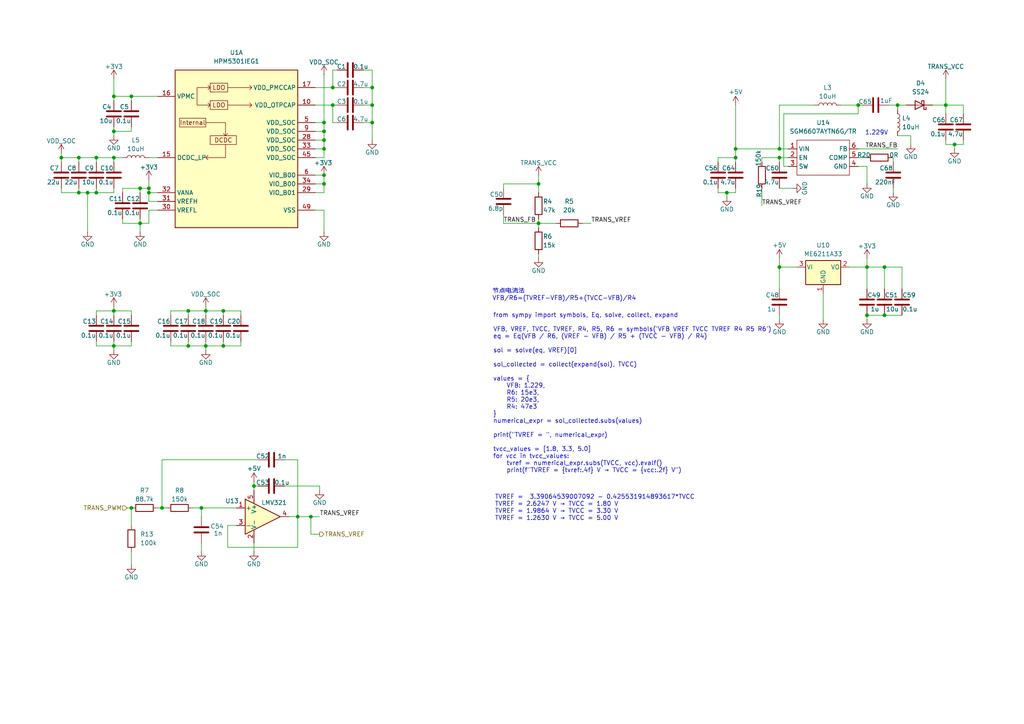
<source format=kicad_sch>
(kicad_sch (version 20250114) (generator "eeschema") (generator_version "9.0")
  (paper "A4")
  (lib_symbols
    (symbol "Amplifier_Operational:LMV321" (pin_names (offset 0.127))
      (property "Reference" "U" (at 0 5.08 0))
      (property "Value" "LMV321" (at 0 -5.08 0))
      (symbol "LMV321_0_1"
        (polyline (pts (xy -5.08 5.08) (xy 5.08 0) (xy -5.08 -5.08) (xy -5.08 5.08)) (stroke (width 0.254)) (fill (type background)))
        (pin power_in line (at -2.54 7.62 270) (length 3.81) (name "V+") (number "5"))
        (pin power_in line (at -2.54 -7.62 90) (length 3.81) (name "V-") (number "2"))
      )
      (symbol "LMV321_1_1"
        (pin input line (at -7.62 2.54 0) (length 2.54) (name "+") (number "1"))
        (pin input line (at -7.62 -2.54 0) (length 2.54) (name "-") (number "3"))
        (pin output line (at 7.62 0 180) (length 2.54) (name "~") (number "4"))
      )
    )
    (symbol "Device:C" (pin_numbers (hide yes)) (pin_names (offset 0.254))
      (property "Reference" "C" (at 0.635 2.54 0))
      (property "Value" "C" (at 0.635 -2.54 0))
      (symbol "C_0_1"
        (polyline (pts (xy -2.032 0.762) (xy 2.032 0.762)) (stroke (width 0.508)))
        (polyline (pts (xy -2.032 -0.762) (xy 2.032 -0.762)) (stroke (width 0.508)))
      )
      (symbol "C_1_1"
        (pin passive line (at 0 3.81 270) (length 2.794) (name "~") (number "1"))
        (pin passive line (at 0 -3.81 90) (length 2.794) (name "~") (number "2"))
      )
    )
    (symbol "Device:L" (pin_numbers (hide yes)) (pin_names (offset 1.016) (hide yes))
      (property "Reference" "L" (at -1.27 0 90))
      (property "Value" "L" (at 1.905 0 90))
      (symbol "L_0_1"
        (arc (start 0 2.54) (mid 0.6323 1.905) (end 0 1.27))
        (arc (start 0 1.27) (mid 0.6323 0.635) (end 0 0))
        (arc (start 0 0) (mid 0.6323 -0.635) (end 0 -1.27))
        (arc (start 0 -1.27) (mid 0.6323 -1.905) (end 0 -2.54))
      )
      (symbol "L_1_1"
        (pin passive line (at 0 3.81 270) (length 1.27) (name "1") (number "1"))
        (pin passive line (at 0 -3.81 90) (length 1.27) (name "2") (number "2"))
      )
    )
    (symbol "Device:R" (pin_numbers (hide yes)) (pin_names (offset 0))
      (property "Reference" "R" (at 2.032 0 90))
      (property "Value" "R" (at 0 0 90))
      (symbol "R_0_1"
        (rectangle (start -1.016 -2.54) (end 1.016 2.54) (stroke (width 0.254)))
      )
      (symbol "R_1_1"
        (pin passive line (at 0 3.81 270) (length 1.27) (name "~") (number "1"))
        (pin passive line (at 0 -3.81 90) (length 1.27) (name "~") (number "2"))
      )
    )
    (symbol "Diode:SS24" (pin_numbers (hide yes)) (pin_names (offset 1.016) (hide yes))
      (property "Reference" "D" (at 0 2.54 0))
      (property "Value" "SS24" (at 0 -2.54 0))
      (symbol "SS24_0_1"
        (polyline (pts (xy -1.905 0.635) (xy -1.905 1.27) (xy -1.27 1.27) (xy -1.27 -1.27) (xy -0.635 -1.27) (xy -0.635 -0.635)) (stroke (width 0.254)))
        (polyline (pts (xy 1.27 1.27) (xy 1.27 -1.27) (xy -1.27 0) (xy 1.27 1.27)) (stroke (width 0.254)))
        (polyline (pts (xy 1.27 0) (xy -1.27 0)))
      )
      (symbol "SS24_1_1"
        (pin passive line (at -3.81 0 0) (length 2.54) (name "K") (number "1"))
        (pin passive line (at 3.81 0 180) (length 2.54) (name "A") (number "2"))
      )
    )
    (symbol "HPM5300_Library:HPM5301IEG1"
      (property "Reference" "U" (at -39.624 54.356 0))
      (property "Value" "HPM5301IEG1" (at -25.654 54.356 0))
      (symbol "HPM5301IEG1_1_0"
        (pin power_in line (at 22.86 -17.78 180) (length 5.08) (name "VSS") (number "49"))
      )
      (symbol "HPM5301IEG1_1_1"
        (rectangle (start -17.78 22.86) (end 17.78 -22.86) (stroke (width 0.254)) (fill (type background)))
        (rectangle (start -16.51 8.89) (end -8.89 6.35))
        (polyline (pts (xy -8.89 7.62) (xy -3.175 7.62) (xy -3.175 3.81) (xy -3.81 4.445) (xy -3.175 3.81) (xy -2.54 4.445)))
        (rectangle (start -7.62 19.05) (end -2.54 16.51))
        (polyline (pts (xy -7.62 17.78) (xy -8.255 18.415)))
        (polyline (pts (xy -7.62 17.78) (xy -8.255 17.145)))
        (polyline (pts (xy -7.62 17.78) (xy -11.43 17.78) (xy -11.43 12.7) (xy -7.62 12.7)))
        (rectangle (start -7.62 13.97) (end -2.54 11.43))
        (polyline (pts (xy -7.62 12.7) (xy -8.255 13.335)))
        (polyline (pts (xy -7.62 12.7) (xy -8.255 12.065)))
        (rectangle (start -7.62 3.81) (end 0 1.27))
        (polyline (pts (xy -3.175 1.27) (xy -3.175 -2.54) (xy -8.89 -2.54) (xy -8.255 -1.905) (xy -8.89 -2.54) (xy -8.255 -3.175)))
        (polyline (pts (xy -2.54 17.78) (xy 4.445 17.78)))
        (polyline (pts (xy 4.445 17.78) (xy 3.81 18.415)))
        (polyline (pts (xy 4.445 17.78) (xy 3.81 17.145)))
        (polyline (pts (xy 4.445 12.7) (xy -2.54 12.7)))
        (polyline (pts (xy 4.445 12.7) (xy 3.81 13.335)))
        (polyline (pts (xy 4.445 12.7) (xy 3.81 12.065)))
        (text "Internal" (at -12.7 7.62 0) (effects (font (size 1.27 1.27))))
        (text "LDO" (at -5.08 17.78 0) (effects (font (size 1.27 1.27))))
        (text "LDO" (at -5.08 12.7 0) (effects (font (size 1.27 1.27))))
        (text "DCDC" (at -3.81 2.54 0) (effects (font (size 1.27 1.27))))
        (pin power_in line (at -22.86 15.24 0) (length 5.08) (name "VPMC") (number "16"))
        (pin power_in line (at -22.86 -2.54 0) (length 5.08) (name "DCDC_LP") (number "15"))
        (pin power_in line (at -22.86 -12.7 0) (length 5.08) (name "VANA") (number "32"))
        (pin power_in line (at -22.86 -15.24 0) (length 5.08) (name "VREFH") (number "31"))
        (pin power_in line (at -22.86 -17.78 0) (length 5.08) (name "VREFL") (number "30"))
        (pin power_out line (at 22.86 17.78 180) (length 5.08) (name "VDD_PMCCAP") (number "17"))
        (pin power_out line (at 22.86 12.7 180) (length 5.08) (name "VDD_OTPCAP") (number "10"))
        (pin power_in line (at 22.86 7.62 180) (length 5.08) (name "VDD_SOC") (number "5"))
        (pin power_in line (at 22.86 5.08 180) (length 5.08) (name "VDD_SOC") (number "9"))
        (pin power_in line (at 22.86 2.54 180) (length 5.08) (name "VDD_SOC") (number "28"))
        (pin power_in line (at 22.86 0 180) (length 5.08) (name "VDD_SOC") (number "33"))
        (pin power_in line (at 22.86 -2.54 180) (length 5.08) (name "VDD_SOC") (number "45"))
        (pin power_in line (at 22.86 -7.62 180) (length 5.08) (name "VIO_B00") (number "6"))
        (pin power_in line (at 22.86 -10.16 180) (length 5.08) (name "VIO_B00") (number "34"))
        (pin power_in line (at 22.86 -12.7 180) (length 5.08) (name "VIO_B01") (number "29"))
      )
      (symbol "HPM5301IEG1_2_1"
        (rectangle (start -53.34 53.34) (end 53.34 -53.34) (stroke (width 0.254)) (fill (type background)))
        (pin bidirectional line (at -58.42 43.18 0) (length 5.08) (name "PA00/TMR1.COMP0/URT0.TXD/TRGM0.P00") (number "12"))
        (pin bidirectional line (at -58.42 40.64 0) (length 5.08) (name "PA01/TMR1.CAPT0/URT0.RXD/TRGM0.P01/ACMP.COMP0") (number "11"))
        (pin bidirectional line (at -58.42 38.1 0) (length 5.08) (name "PA02/TMR1.COMP1/URT0.DE/URT0.RTS/I2C0.SCL/ACMP.COMP0/TRGM0.P02/ACMP.COMP1") (number "8"))
        (pin bidirectional line (at -58.42 35.56 0) (length 5.08) (name "PA03/TMR1.CAPT1/URT0.CTS/I2C0.SDA/SPI3.CS3/ACMP.COMP1/TRGM0.P03/ADC0.DBG") (number "7"))
        (pin bidirectional line (at -58.42 33.02 0) (length 5.08) (name "PA04/URT1.CTS/SPI0.CS0/TRGM0.P04/JTAG.TDO") (number "1"))
        (pin bidirectional line (at -58.42 30.48 0) (length 5.08) (name "PA05/TMR1.COMP2/URT1.DE/URT1.RTS/SPI0.SCLK/TRGM0.P05/JTAG.TDI") (number "48"))
        (pin bidirectional line (at -58.42 27.94 0) (length 5.08) (name "PA06/TMR0.CAPT0/URT1.RXD/I2C1.SDA/SPI0.MISO/TRGM0.P06/JTAG.TCK") (number "47"))
        (pin bidirectional line (at -58.42 25.4 0) (length 5.08) (name "PA07/TMR0.COMP0/URT1.TXD/I2C1.SCL/SPI0.MOSI/TRGM0.P07/JTAG.TMS") (number "46"))
        (pin bidirectional line (at -58.42 22.86 0) (length 5.08) (name "PA08/TMR0.COMP1/URT2.TXD/I2C2.SCL/SPI3.CS2/JTAG.TRST") (number "2"))
        (pin bidirectional line (at -58.42 20.32 0) (length 5.08) (name "PA09/TMR0.CAPT1/URT2.RXD/I2C2.SDA/SPI3.CS1") (number "3"))
        (pin bidirectional line (at -58.42 17.78 0) (length 5.08) (name "PA10/TMR0.COMP2/URT2.DE/URT2.RTS/SPI3.CS0/ACMP.COMP0") (number "4"))
        (pin bidirectional line (at -58.42 15.24 0) (length 5.08) (name "PA24/I2C2.SCL/SPI1.CS2/XPI0.CA_CS1/TRGM0.P00") (number "44"))
        (pin bidirectional line (at -58.42 12.7 0) (length 5.08) (name "PA25/I2C2.SDA/SPI1.CS1/XPI0.CA_DQS/TRGM0.P01") (number "43"))
        (pin bidirectional line (at -58.42 10.16 0) (length 5.08) (name "PA26/SPI1.CS0/XPI0.CA_D3/TRGM0.P02") (number "42"))
        (pin bidirectional line (at -58.42 7.62 0) (length 5.08) (name "PA27/SPI1.SCLK/XPI0.CA_SCLK/TRGM0.P03") (number "41"))
        (pin bidirectional line (at -58.42 5.08 0) (length 5.08) (name "PA28/I2C3.SDA/SPI1.MISO/XPI0.CA_D0/TRGM0.P04") (number "40"))
        (pin bidirectional line (at -58.42 2.54 0) (length 5.08) (name "PA29/I2C3.SCL/SPI1.MOSI/XPI0.CA_D2/TRGM0.P05/USB0.OC") (number "39"))
        (pin bidirectional line (at -58.42 0 0) (length 5.08) (name "PA30/SPI1.DAT2/XPI0.CA_D1/TRGM0.P06/USB0.PWR") (number "38"))
        (pin bidirectional line (at -58.42 -2.54 0) (length 5.08) (name "PA31/SPI1.DAT3/XPI0.CA_CS0/TRGM0.P07/USB0.ID") (number "37"))
        (pin bidirectional line (at -58.42 -7.62 0) (length 5.08) (name "PB08/TMR0.COMP1/URT2.TXD/I2C2.SCL/SPI2.CS2/ACMP.COMP0/USB0.ID/ADC0.IN11/CMP0.INN6/CMP1.INN6") (number "27"))
        (pin bidirectional line (at -58.42 -10.16 0) (length 5.08) (name "PB09/TMR0.CAPT1/URT2.RXD/I2C2.SDA/SPI2.CS1/ACMP.COMP1/USB0.OC/ADC0.IN1/CMP0.INP6/CMP1.INP6") (number "26"))
        (pin bidirectional line (at -58.42 -12.7 0) (length 5.08) (name "PB10/TMR0.COMP2/URT2.DE/URT2.RTS/SPI2.CS0/ACMP.COMP0/USB0.PWR/ADC0.IN2/CMP0.INP4/CMP1.INP4") (number "25"))
        (pin bidirectional line (at -58.42 -15.24 0) (length 5.08) (name "PB11/URT2.CTS/SPI2.SCLK/ACMP.COMP1/ADC0.IN3/CMP0.INN4/CMP1.INN4") (number "24"))
        (pin bidirectional line (at -58.42 -17.78 0) (length 5.08) (name "PB12/URT3.CTS/I2C3.SDA/SPI2.MISO/TRGM0.P00/ADC0.IN4/CMP0.INN2/CMP1.INN2") (number "23"))
        (pin bidirectional line (at -58.42 -20.32 0) (length 5.08) (name "PB13/TMR1.COMP3/URT3.DE/URT3.RTS/I2C3.SCL/SPI2.MOSI/TRGM0.P01/ADC0.IN5/CMP0.INP2/CMP1.INP2") (number "22"))
        (pin bidirectional line (at -58.42 -22.86 0) (length 5.08) (name "PB14/URT3.RXD/SPI2.DAT2/TRGM0.P02/ADC0.IN6/CMP0.INN1/CMP1.INN1") (number "21"))
        (pin bidirectional line (at -58.42 -25.4 0) (length 5.08) (name "PB15/TMR0.COMP3/URT3.TXD/SPI2.DAT3/TRGM0.P03/ADC0.IN7/CMP0.INP1/CMP1.INP1") (number "20"))
        (pin bidirectional line (at -58.42 -30.48 0) (length 5.08) (name "PY00/URT0.TXD/USB0.ID/PMIC_PY00/PURT.TXD/PTMR.COMP0/SOC.GPIO_Y00") (number "19"))
        (pin bidirectional line (at -58.42 -33.02 0) (length 5.08) (name "PY01/URT0.RXD/WDG0.RST/USB0.OC/PMIC_PY01/PURT.RXD/PTMR.COMP1/SOC.GPIO_Y01") (number "18"))
        (pin input line (at -58.42 -38.1 0) (length 5.08) (name "XTALI") (number "35"))
        (pin output line (at -58.42 -40.64 0) (length 5.08) (name "XTALO") (number "36"))
        (pin input line (at -58.42 -45.72 0) (length 5.08) (name "~{RESETN}") (number "13"))
        (pin input line (at -58.42 -48.26 0) (length 5.08) (name "WAKEUP") (number "14"))
      )
    )
    (symbol "Regulator_Linear:TPS7A0508PDBZ" (pin_names (offset 0.254))
      (property "Reference" "U" (at -3.81 3.175 0))
      (property "Value" "TPS7A0508PDBZ" (at 0 3.175 0))
      (symbol "TPS7A0508PDBZ_0_1"
        (rectangle (start -5.08 -5.08) (end 5.08 1.905) (stroke (width 0.254)) (fill (type background)))
      )
      (symbol "TPS7A0508PDBZ_1_1"
        (pin power_in line (at -7.62 0 0) (length 2.54) (name "VI") (number "3"))
        (pin power_in line (at 0 -7.62 90) (length 2.54) (name "GND") (number "1"))
        (pin power_out line (at 7.62 0 180) (length 2.54) (name "VO") (number "2"))
      )
    )
    (symbol "hslink_library:SGM6607AYTN6G/TR"
      (property "Reference" "U" (at 0 0 0))
      (property "Value" "SGM6607AYTN6G/TR" (at 0 0 0))
      (symbol "SGM6607AYTN6G/TR_1_0"
        (rectangle (start -7.62 5.08) (end 7.62 -5.08))
        (pin unspecified line (at -10.16 2.54 0) (length 2.54) (name "VIN") (number "1"))
        (pin unspecified line (at -10.16 0 0) (length 2.54) (name "EN") (number "2"))
        (pin unspecified line (at -10.16 -2.54 0) (length 2.54) (name "SW") (number "3"))
        (pin unspecified line (at 10.16 2.54 180) (length 2.54) (name "FB") (number "6"))
        (pin unspecified line (at 10.16 0 180) (length 2.54) (name "COMP") (number "5"))
        (pin unspecified line (at 10.16 -2.54 180) (length 2.54) (name "GND") (number "4"))
      )
    )
    (symbol "power:+3V3" (power) (pin_numbers (hide yes)) (pin_names (offset 0) (hide yes))
      (property "Value" "+3V3" (at 0 3.556 0))
      (symbol "+3V3_0_1"
        (polyline (pts (xy -0.762 1.27) (xy 0 2.54)))
        (polyline (pts (xy 0 2.54) (xy 0.762 1.27)))
        (polyline (pts (xy 0 0) (xy 0 2.54)))
      )
      (symbol "+3V3_1_1"
        (pin power_in line (at 0 0 90) (length 0) (name "~") (number "1"))
      )
    )
    (symbol "power:+5V" (power) (pin_numbers (hide yes)) (pin_names (offset 0) (hide yes))
      (property "Value" "+5V" (at 0 3.556 0))
      (symbol "+5V_0_1"
        (polyline (pts (xy -0.762 1.27) (xy 0 2.54)))
        (polyline (pts (xy 0 2.54) (xy 0.762 1.27)))
        (polyline (pts (xy 0 0) (xy 0 2.54)))
      )
      (symbol "+5V_1_1"
        (pin power_in line (at 0 0 90) (length 0) (name "~") (number "1"))
      )
    )
    (symbol "power:GND" (power) (pin_numbers (hide yes)) (pin_names (offset 0) (hide yes))
      (property "Value" "GND" (at 0 -3.81 0))
      (symbol "GND_0_1"
        (polyline (pts (xy 0 0) (xy 0 -1.27) (xy 1.27 -1.27) (xy 0 -2.54) (xy -1.27 -1.27) (xy 0 -1.27)))
      )
      (symbol "GND_1_1"
        (pin power_in line (at 0 0 270) (length 0) (name "~") (number "1"))
      )
    )
    (symbol "power:VCC" (power) (pin_numbers (hide yes)) (pin_names (offset 0) (hide yes))
      (property "Value" "VCC" (at 0 3.556 0))
      (symbol "VCC_0_1"
        (polyline (pts (xy -0.762 1.27) (xy 0 2.54)))
        (polyline (pts (xy 0 2.54) (xy 0.762 1.27)))
        (polyline (pts (xy 0 0) (xy 0 2.54)))
      )
      (symbol "VCC_1_1"
        (pin power_in line (at 0 0 90) (length 0) (name "~") (number "1"))
      )
    )
    (symbol "power:VDD" (power) (pin_numbers (hide yes)) (pin_names (offset 0) (hide yes))
      (property "Value" "VDD" (at 0 3.556 0))
      (symbol "VDD_0_1"
        (polyline (pts (xy -0.762 1.27) (xy 0 2.54)))
        (polyline (pts (xy 0 2.54) (xy 0.762 1.27)))
        (polyline (pts (xy 0 0) (xy 0 2.54)))
      )
      (symbol "VDD_1_1"
        (pin power_in line (at 0 0 90) (length 0) (name "~") (number "1"))
      )
    )
  )
  (text "节点电流法\nVFB/R6=(TVREF-VFB)/R5+(TVCC-VFB)/R4" (at 142.748 85.598 0) (effects (font (size 1.27 1.27)) (justify left)))
  (text "from sympy import symbols, Eq, solve, collect, expand\n\nVFB, VREF, TVCC, TVREF, R4, R5, R6 = symbols('VFB VREF TVCC TVREF R4 R5 R6')\neq = Eq(VFB / R6, (VREF - VFB) / R5 + (TVCC - VFB) / R4)\n\nsol = solve(eq, VREF)[0]\n\nsol_collected = collect(expand(sol), TVCC)\n\nvalues = {\n    VFB: 1.229,\n    R6: 15e3,\n    R5: 20e3,\n    R4: 47e3\n}\nnumerical_expr = sol_collected.subs(values)\n\nprint(\"TVREF = \", numerical_expr)\n\ntvcc_values = [1.8, 3.3, 5.0]\nfor vcc in tvcc_values:\n    tvref = numerical_expr.subs(TVCC, vcc).evalf()\n    print(f\"TVREF = {tvref:.4f} V → TVCC = {vcc:.2f} V\")" (at 143.002 114.046 0) (effects (font (size 1.27 1.27)) (justify left)))
  (text "1.229V" (at 254.254 38.608 0) (effects (font (size 1.27 1.27))))
  (text "TVREF =  3.39064539007092 - 0.425531914893617*TVCC\nTVREF = 2.6247 V → TVCC = 1.80 V\nTVREF = 1.9864 V → TVCC = 3.30 V\nTVREF = 1.2630 V → TVCC = 5.00 V" (at 143.51 147.32 0) (effects (font (size 1.27 1.27)) (justify left)))
  (junction (at 40.64 64.77))
  (junction (at 25.4 55.88))
  (junction (at 43.18 54.61))
  (junction (at 90.17 149.86))
  (junction (at 59.69 90.17))
  (junction (at 96.52 30.48))
  (junction (at 213.36 43.18))
  (junction (at 43.18 55.88))
  (junction (at 93.98 35.56))
  (junction (at 33.02 90.17))
  (junction (at 251.46 77.47))
  (junction (at 46.99 147.32))
  (junction (at 86.36 149.86))
  (junction (at 54.61 100.33))
  (junction (at 17.78 45.72))
  (junction (at 93.98 38.1))
  (junction (at 64.77 90.17))
  (junction (at 251.46 91.44))
  (junction (at 58.42 147.32))
  (junction (at 40.64 54.61))
  (junction (at 27.94 45.72))
  (junction (at 96.52 25.4))
  (junction (at 93.98 43.18))
  (junction (at 213.36 45.72))
  (junction (at 276.86 41.91))
  (junction (at 33.02 27.94))
  (junction (at 54.61 90.17))
  (junction (at 38.1 147.32))
  (junction (at 22.86 55.88))
  (junction (at 33.02 100.33))
  (junction (at 226.06 43.18))
  (junction (at 22.86 45.72))
  (junction (at 226.06 77.47))
  (junction (at 59.69 100.33))
  (junction (at 156.21 64.77))
  (junction (at 107.95 25.4))
  (junction (at 256.54 91.44))
  (junction (at 156.21 53.34))
  (junction (at 93.98 40.64))
  (junction (at 27.94 55.88))
  (junction (at 210.82 55.88))
  (junction (at 248.92 30.48))
  (junction (at 107.95 30.48))
  (junction (at 260.35 30.48))
  (junction (at 38.1 27.94))
  (junction (at 33.02 38.1))
  (junction (at 64.77 100.33))
  (junction (at 93.98 50.8))
  (junction (at 256.54 77.47))
  (junction (at 226.06 45.72))
  (junction (at 73.66 140.97))
  (junction (at 93.98 53.34))
  (junction (at 107.95 35.56))
  (junction (at 274.32 30.48))
  (junction (at 33.02 45.72))
  (wire (pts (xy 91.44 53.34) (xy 93.98 53.34)))
  (wire (pts (xy 93.98 50.8) (xy 93.98 53.34)))
  (wire (pts (xy 279.4 30.48) (xy 279.4 33.02)))
  (wire (pts (xy 146.05 54.61) (xy 146.05 53.34)))
  (wire (pts (xy 156.21 64.77) (xy 156.21 66.04)))
  (wire (pts (xy 256.54 91.44) (xy 261.62 91.44)))
  (wire (pts (xy 91.44 40.64) (xy 93.98 40.64)))
  (wire (pts (xy 90.17 149.86) (xy 92.71 149.86)))
  (wire (pts (xy 256.54 77.47) (xy 251.46 77.47)))
  (wire (pts (xy 248.92 30.48) (xy 243.84 30.48)))
  (wire (pts (xy 45.72 147.32) (xy 46.99 147.32)))
  (wire (pts (xy 107.95 35.56) (xy 107.95 40.64)))
  (wire (pts (xy 276.86 41.91) (xy 276.86 43.18)))
  (wire (pts (xy 226.06 45.72) (xy 226.06 46.99)))
  (wire (pts (xy 260.35 30.48) (xy 260.35 31.75)))
  (wire (pts (xy 45.72 60.96) (xy 43.18 60.96)))
  (wire (pts (xy 17.78 44.45) (xy 17.78 45.72)))
  (wire (pts (xy 210.82 55.88) (xy 210.82 57.15)))
  (wire (pts (xy 33.02 100.33) (xy 38.1 100.33)))
  (wire (pts (xy 27.94 54.61) (xy 27.94 55.88)))
  (wire (pts (xy 208.28 55.88) (xy 210.82 55.88)))
  (wire (pts (xy 156.21 50.8) (xy 156.21 53.34)))
  (wire (pts (xy 226.06 43.18) (xy 228.6 43.18)))
  (wire (pts (xy 33.02 99.06) (xy 33.02 100.33)))
  (wire (pts (xy 86.36 149.86) (xy 83.82 149.86)))
  (wire (pts (xy 156.21 64.77) (xy 161.29 64.77)))
  (wire (pts (xy 92.71 154.94) (xy 90.17 154.94)))
  (wire (pts (xy 274.32 22.86) (xy 274.32 30.48)))
  (wire (pts (xy 64.77 99.06) (xy 64.77 100.33)))
  (wire (pts (xy 208.28 45.72) (xy 213.36 45.72)))
  (wire (pts (xy 210.82 55.88) (xy 213.36 55.88)))
  (wire (pts (xy 248.92 30.48) (xy 250.19 30.48)))
  (wire (pts (xy 33.02 90.17) (xy 38.1 90.17)))
  (wire (pts (xy 69.85 100.33) (xy 69.85 99.06)))
  (wire (pts (xy 73.66 140.97) (xy 74.93 140.97)))
  (wire (pts (xy 274.32 41.91) (xy 276.86 41.91)))
  (wire (pts (xy 55.88 147.32) (xy 58.42 147.32)))
  (wire (pts (xy 46.99 133.35) (xy 74.93 133.35)))
  (wire (pts (xy 213.36 54.61) (xy 213.36 55.88)))
  (wire (pts (xy 92.71 140.97) (xy 92.71 142.24)))
  (wire (pts (xy 82.55 133.35) (xy 86.36 133.35)))
  (wire (pts (xy 105.41 25.4) (xy 107.95 25.4)))
  (wire (pts (xy 58.42 147.32) (xy 68.58 147.32)))
  (wire (pts (xy 93.98 38.1) (xy 93.98 40.64)))
  (wire (pts (xy 58.42 157.48) (xy 58.42 160.02)))
  (wire (pts (xy 68.58 152.4) (xy 66.04 152.4)))
  (wire (pts (xy 96.52 25.4) (xy 97.79 25.4)))
  (wire (pts (xy 257.81 30.48) (xy 260.35 30.48)))
  (wire (pts (xy 270.51 30.48) (xy 274.32 30.48)))
  (wire (pts (xy 43.18 55.88) (xy 43.18 58.42)))
  (wire (pts (xy 93.98 43.18) (xy 93.98 45.72)))
  (wire (pts (xy 251.46 48.26) (xy 248.92 48.26)))
  (wire (pts (xy 264.16 39.37) (xy 260.35 39.37)))
  (wire (pts (xy 107.95 20.32) (xy 107.95 25.4)))
  (wire (pts (xy 59.69 90.17) (xy 64.77 90.17)))
  (wire (pts (xy 96.52 30.48) (xy 96.52 35.56)))
  (wire (pts (xy 105.41 35.56) (xy 107.95 35.56)))
  (wire (pts (xy 33.02 54.61) (xy 33.02 55.88)))
  (wire (pts (xy 246.38 77.47) (xy 251.46 77.47)))
  (wire (pts (xy 248.92 45.72) (xy 251.2315 45.72)))
  (wire (pts (xy 146.05 64.77) (xy 156.21 64.77)))
  (wire (pts (xy 66.04 158.75) (xy 86.36 158.75)))
  (wire (pts (xy 35.56 54.61) (xy 40.64 54.61)))
  (wire (pts (xy 38.1 100.33) (xy 38.1 99.06)))
  (wire (pts (xy 156.21 63.5) (xy 156.21 64.77)))
  (wire (pts (xy 25.4 55.88) (xy 22.86 55.88)))
  (wire (pts (xy 279.4 40.64) (xy 279.4 41.91)))
  (wire (pts (xy 274.32 40.64) (xy 274.32 41.91)))
  (wire (pts (xy 248.92 33.02) (xy 248.92 30.48)))
  (wire (pts (xy 33.02 27.94) (xy 38.1 27.94)))
  (wire (pts (xy 220.98 54.61) (xy 220.98 59.69)))
  (wire (pts (xy 274.32 30.48) (xy 274.32 33.02)))
  (wire (pts (xy 274.32 30.48) (xy 279.4 30.48)))
  (wire (pts (xy 27.94 91.44) (xy 27.94 90.17)))
  (wire (pts (xy 238.76 85.09) (xy 238.76 92.71)))
  (wire (pts (xy 146.05 53.34) (xy 156.21 53.34)))
  (wire (pts (xy 91.44 38.1) (xy 93.98 38.1)))
  (wire (pts (xy 38.1 147.32) (xy 38.1 152.4)))
  (wire (pts (xy 251.46 74.93) (xy 251.46 77.47)))
  (wire (pts (xy 33.02 55.88) (xy 27.94 55.88)))
  (wire (pts (xy 46.99 147.32) (xy 46.99 133.35)))
  (wire (pts (xy 226.06 74.93) (xy 226.06 77.47)))
  (wire (pts (xy 54.61 90.17) (xy 54.61 91.44)))
  (wire (pts (xy 251.46 91.44) (xy 256.54 91.44)))
  (wire (pts (xy 22.86 54.61) (xy 22.86 55.88)))
  (wire (pts (xy 27.94 100.33) (xy 33.02 100.33)))
  (wire (pts (xy 227.33 48.26) (xy 227.33 33.02)))
  (wire (pts (xy 43.18 54.61) (xy 43.18 55.88)))
  (wire (pts (xy 27.94 55.88) (xy 25.4 55.88)))
  (wire (pts (xy 107.95 30.48) (xy 107.95 35.56)))
  (wire (pts (xy 33.02 22.86) (xy 33.02 27.94)))
  (wire (pts (xy 58.42 147.32) (xy 58.42 149.86)))
  (wire (pts (xy 38.1 160.02) (xy 38.1 163.83)))
  (wire (pts (xy 86.36 133.35) (xy 86.36 149.86)))
  (wire (pts (xy 208.28 54.61) (xy 208.28 55.88)))
  (wire (pts (xy 22.86 45.72) (xy 22.86 46.99)))
  (wire (pts (xy 59.69 88.9) (xy 59.69 90.17)))
  (wire (pts (xy 33.02 27.94) (xy 33.02 29.21)))
  (wire (pts (xy 43.18 52.07) (xy 43.18 54.61)))
  (wire (pts (xy 73.66 140.97) (xy 73.66 142.24)))
  (wire (pts (xy 93.98 40.64) (xy 93.98 43.18)))
  (wire (pts (xy 64.77 100.33) (xy 69.85 100.33)))
  (wire (pts (xy 22.86 45.72) (xy 27.94 45.72)))
  (wire (pts (xy 38.1 38.1) (xy 38.1 36.83)))
  (wire (pts (xy 220.98 46.99) (xy 220.98 45.72)))
  (wire (pts (xy 264.16 41.91) (xy 264.16 39.37)))
  (wire (pts (xy 258.8515 45.72) (xy 259.08 45.72)))
  (wire (pts (xy 54.61 99.06) (xy 54.61 100.33)))
  (wire (pts (xy 248.92 43.18) (xy 260.35 43.18)))
  (wire (pts (xy 91.44 43.18) (xy 93.98 43.18)))
  (wire (pts (xy 90.17 154.94) (xy 90.17 149.86)))
  (wire (pts (xy 27.94 45.72) (xy 27.94 46.99)))
  (wire (pts (xy 251.46 91.44) (xy 251.46 92.71)))
  (wire (pts (xy 259.08 54.61) (xy 259.08 55.88)))
  (wire (pts (xy 33.02 38.1) (xy 38.1 38.1)))
  (wire (pts (xy 96.52 30.48) (xy 97.79 30.48)))
  (wire (pts (xy 260.35 30.48) (xy 262.89 30.48)))
  (wire (pts (xy 86.36 149.86) (xy 90.17 149.86)))
  (wire (pts (xy 226.06 77.47) (xy 226.06 83.82)))
  (wire (pts (xy 59.69 100.33) (xy 59.69 101.6)))
  (wire (pts (xy 91.44 60.96) (xy 93.98 60.96)))
  (wire (pts (xy 213.36 43.18) (xy 226.06 43.18)))
  (wire (pts (xy 91.44 35.56) (xy 93.98 35.56)))
  (wire (pts (xy 97.79 35.56) (xy 96.52 35.56)))
  (wire (pts (xy 86.36 158.75) (xy 86.36 149.86)))
  (wire (pts (xy 54.61 100.33) (xy 59.69 100.33)))
  (wire (pts (xy 226.06 45.72) (xy 228.6 45.72)))
  (wire (pts (xy 36.83 147.32) (xy 38.1 147.32)))
  (wire (pts (xy 93.98 35.56) (xy 93.98 38.1)))
  (wire (pts (xy 69.85 90.17) (xy 69.85 91.44)))
  (wire (pts (xy 261.62 83.82) (xy 261.62 77.47)))
  (wire (pts (xy 43.18 60.96) (xy 43.18 64.77)))
  (wire (pts (xy 146.05 62.23) (xy 146.05 64.77)))
  (wire (pts (xy 45.72 58.42) (xy 43.18 58.42)))
  (wire (pts (xy 33.02 45.72) (xy 35.56 45.72)))
  (wire (pts (xy 226.06 43.18) (xy 226.06 30.48)))
  (wire (pts (xy 64.77 90.17) (xy 64.77 91.44)))
  (wire (pts (xy 213.36 45.72) (xy 213.36 43.18)))
  (wire (pts (xy 226.06 54.61) (xy 229.87 54.61)))
  (wire (pts (xy 40.64 63.5) (xy 40.64 64.77)))
  (wire (pts (xy 35.56 55.88) (xy 35.56 54.61)))
  (wire (pts (xy 33.02 90.17) (xy 33.02 91.44)))
  (wire (pts (xy 27.94 45.72) (xy 33.02 45.72)))
  (wire (pts (xy 228.6 48.26) (xy 227.33 48.26)))
  (wire (pts (xy 66.04 152.4) (xy 66.04 158.75)))
  (wire (pts (xy 251.46 77.47) (xy 251.46 83.82)))
  (wire (pts (xy 220.98 45.72) (xy 226.06 45.72)))
  (wire (pts (xy 38.1 27.94) (xy 38.1 29.21)))
  (wire (pts (xy 156.21 73.66) (xy 156.21 74.93)))
  (wire (pts (xy 82.55 140.97) (xy 92.71 140.97)))
  (wire (pts (xy 17.78 45.72) (xy 22.86 45.72)))
  (wire (pts (xy 59.69 90.17) (xy 59.69 91.44)))
  (wire (pts (xy 17.78 55.88) (xy 17.78 54.61)))
  (wire (pts (xy 64.77 90.17) (xy 69.85 90.17)))
  (wire (pts (xy 43.18 55.88) (xy 45.72 55.88)))
  (wire (pts (xy 25.4 67.31) (xy 25.4 55.88)))
  (wire (pts (xy 226.06 91.44) (xy 226.06 92.71)))
  (wire (pts (xy 105.41 20.32) (xy 107.95 20.32)))
  (wire (pts (xy 73.66 157.48) (xy 73.66 160.02)))
  (wire (pts (xy 27.94 99.06) (xy 27.94 100.33)))
  (wire (pts (xy 256.54 83.82) (xy 256.54 77.47)))
  (wire (pts (xy 45.72 27.94) (xy 38.1 27.94)))
  (wire (pts (xy 107.95 25.4) (xy 107.95 30.48)))
  (wire (pts (xy 93.98 60.96) (xy 93.98 67.31)))
  (wire (pts (xy 226.06 77.47) (xy 231.14 77.47)))
  (wire (pts (xy 33.02 36.83) (xy 33.02 38.1)))
  (wire (pts (xy 27.94 90.17) (xy 33.02 90.17)))
  (wire (pts (xy 43.18 45.72) (xy 45.72 45.72)))
  (wire (pts (xy 49.53 100.33) (xy 54.61 100.33)))
  (wire (pts (xy 156.21 53.34) (xy 156.21 55.88)))
  (wire (pts (xy 49.53 99.06) (xy 49.53 100.33)))
  (wire (pts (xy 59.69 100.33) (xy 64.77 100.33)))
  (wire (pts (xy 33.02 88.9) (xy 33.02 90.17)))
  (wire (pts (xy 40.64 54.61) (xy 43.18 54.61)))
  (wire (pts (xy 17.78 46.99) (xy 17.78 45.72)))
  (wire (pts (xy 91.44 45.72) (xy 93.98 45.72)))
  (wire (pts (xy 261.62 77.47) (xy 256.54 77.47)))
  (wire (pts (xy 91.44 55.88) (xy 93.98 55.88)))
  (wire (pts (xy 168.91 64.77) (xy 171.45 64.77)))
  (wire (pts (xy 59.69 99.06) (xy 59.69 100.33)))
  (wire (pts (xy 54.61 90.17) (xy 59.69 90.17)))
  (wire (pts (xy 276.86 41.91) (xy 279.4 41.91)))
  (wire (pts (xy 49.53 90.17) (xy 54.61 90.17)))
  (wire (pts (xy 49.53 91.44) (xy 49.53 90.17)))
  (wire (pts (xy 97.79 20.32) (xy 96.52 20.32)))
  (wire (pts (xy 46.99 147.32) (xy 48.26 147.32)))
  (wire (pts (xy 213.36 45.72) (xy 213.36 46.99)))
  (wire (pts (xy 96.52 20.32) (xy 96.52 25.4)))
  (wire (pts (xy 40.64 64.77) (xy 40.64 67.31)))
  (wire (pts (xy 40.64 54.61) (xy 40.64 55.88)))
  (wire (pts (xy 35.56 63.5) (xy 35.56 64.77)))
  (wire (pts (xy 22.86 55.88) (xy 17.78 55.88)))
  (wire (pts (xy 33.02 45.72) (xy 33.02 46.99)))
  (wire (pts (xy 91.44 50.8) (xy 93.98 50.8)))
  (wire (pts (xy 251.46 53.34) (xy 251.46 48.26)))
  (wire (pts (xy 93.98 21.59) (xy 93.98 35.56)))
  (wire (pts (xy 226.06 30.48) (xy 236.22 30.48)))
  (wire (pts (xy 213.36 30.48) (xy 213.36 43.18)))
  (wire (pts (xy 259.08 45.72) (xy 259.08 46.99)))
  (wire (pts (xy 35.56 64.77) (xy 40.64 64.77)))
  (wire (pts (xy 38.1 90.17) (xy 38.1 91.44)))
  (wire (pts (xy 93.98 53.34) (xy 93.98 55.88)))
  (wire (pts (xy 227.33 33.02) (xy 248.92 33.02)))
  (wire (pts (xy 40.64 64.77) (xy 43.18 64.77)))
  (wire (pts (xy 33.02 100.33) (xy 33.02 101.6)))
  (wire (pts (xy 208.28 46.99) (xy 208.28 45.72)))
  (wire (pts (xy 91.44 25.4) (xy 96.52 25.4)))
  (wire (pts (xy 91.44 30.48) (xy 96.52 30.48)))
  (wire (pts (xy 73.66 139.7) (xy 73.66 140.97)))
  (wire (pts (xy 105.41 30.48) (xy 107.95 30.48)))
  (wire (pts (xy 33.02 38.1) (xy 33.02 39.37)))
  (label "TRANS_FB" (at 260.35 43.18 180))
  (label "TRANS_VREF" (at 92.71 149.86 0))
  (label "TRANS_VREF" (at 220.98 59.69 0))
  (label "TRANS_FB" (at 146.05 64.77 0))
  (label "TRANS_VREF" (at 171.45 64.77 0))
  (hierarchical_label "TRANS_VREF" (shape output) (at 92.71 154.94 0))
  (hierarchical_label "TRANS_PWM" (shape input) (at 36.83 147.32 180))
  (symbol (lib_id "Device:C") (at 256.54 87.63 0) (mirror y) (unit 1)
    (property "Reference" "C51" (at 258.572 85.598 0))
    (property "Value" "10u" (at 258.826 89.662 0))
    (property "Footprint" "Capacitor_SMD:C_0603_1608Metric" (effects (hide yes)))
    (property "Description" "Unpolarized capacitor" (effects (hide yes)))
  )
  (symbol (lib_id "Device:C") (at 226.06 87.63 0) (unit 1)
    (property "Reference" "C48" (at 224.028 85.598 0))
    (property "Value" "1u" (at 223.774 89.662 0))
    (property "Footprint" "Capacitor_SMD:C_0402_1005Metric" (effects (hide yes)))
    (property "Description" "Unpolarized capacitor" (effects (hide yes)))
  )
  (symbol (lib_id "Device:C") (at 40.64 59.69 0) (unit 1)
    (property "Reference" "C12" (at 38.608 57.658 0))
    (property "Value" "0.1u" (at 38.354 61.722 0))
    (property "Footprint" "Capacitor_SMD:C_0402_1005Metric" (effects (hide yes)))
    (property "Description" "Unpolarized capacitor" (effects (hide yes)))
  )
  (symbol (lib_id "power:GND") (at 58.42 160.02 0) (unit 1)
    (property "Reference" "#PWR091" (effects (hide yes)))
    (property "Value" "GND" (at 58.42 163.576 0))
    (property "Description" "Power symbol creates a global label with name \"GND\" , ground" (effects (hide yes)))
  )
  (symbol (lib_id "Device:C") (at 33.02 95.25 0) (unit 1)
    (property "Reference" "C14" (at 30.988 93.218 0))
    (property "Value" "0.1u" (at 30.734 97.282 0))
    (property "Footprint" "Capacitor_SMD:C_0402_1005Metric" (effects (hide yes)))
    (property "Description" "Unpolarized capacitor" (effects (hide yes)))
  )
  (symbol (lib_id "Device:C") (at 254 30.48 90) (unit 1)
    (property "Reference" "C65" (at 250.952 29.464 90))
    (property "Value" "1uF" (at 257.048 29.21 90))
    (property "Footprint" "Capacitor_SMD:C_0402_1005Metric" (effects (hide yes)))
    (property "Description" "Unpolarized capacitor" (effects (hide yes)))
  )
  (symbol (lib_id "Device:C") (at 27.94 50.8 0) (unit 1)
    (property "Reference" "C9" (at 25.908 48.768 0))
    (property "Value" "10u" (at 25.654 52.832 0))
    (property "Footprint" "Capacitor_SMD:C_0603_1608Metric" (effects (hide yes)))
    (property "Description" "Unpolarized capacitor" (effects (hide yes)))
  )
  (symbol (lib_id "Device:R") (at 220.98 50.8 180) (unit 1)
    (property "Reference" "R19" (at 220.218 53.34 90) (effects (justify left)))
    (property "Value" "150k" (at 219.964 43.434 90) (effects (justify left)))
    (property "Footprint" "Resistor_SMD:R_0402_1005Metric" (effects (hide yes)))
    (property "Description" "Resistor" (effects (hide yes)))
  )
  (symbol (lib_id "Device:C") (at 251.46 87.63 0) (mirror y) (unit 1)
    (property "Reference" "C49" (at 253.492 85.598 0))
    (property "Value" "1u" (at 253.746 89.662 0))
    (property "Footprint" "Capacitor_SMD:C_0402_1005Metric" (effects (hide yes)))
    (property "Description" "Unpolarized capacitor" (effects (hide yes)))
  )
  (symbol (lib_id "Device:L") (at 240.03 30.48 90) (unit 1)
    (property "Reference" "L3" (at 240.03 25.4 90))
    (property "Value" "10uH" (at 240.03 27.94 90))
    (property "Footprint" "Inductor_SMD:L_Murata_DFE201610P" (effects (hide yes)))
    (property "Description" "Inductor" (effects (hide yes)))
  )
  (symbol (lib_id "power:GND") (at 73.66 160.02 0) (unit 1)
    (property "Reference" "#PWR092" (effects (hide yes)))
    (property "Value" "GND" (at 73.66 163.576 0))
    (property "Description" "Power symbol creates a global label with name \"GND\" , ground" (effects (hide yes)))
  )
  (symbol (lib_id "power:GND") (at 226.06 92.71 0) (unit 1)
    (property "Reference" "#PWR0126" (effects (hide yes)))
    (property "Value" "GND" (at 226.06 96.266 0))
    (property "Description" "Power symbol creates a global label with name \"GND\" , ground" (effects (hide yes)))
  )
  (symbol (lib_id "power:GND") (at 25.4 67.31 0) (unit 1)
    (property "Reference" "#PWR08" (effects (hide yes)))
    (property "Value" "GND" (at 25.4 70.866 0))
    (property "Description" "Power symbol creates a global label with name \"GND\" , ground" (effects (hide yes)))
  )
  (symbol (lib_id "Device:C") (at 27.94 95.25 0) (unit 1)
    (property "Reference" "C13" (at 25.908 93.218 0))
    (property "Value" "0.1u" (at 25.654 97.282 0))
    (property "Footprint" "Capacitor_SMD:C_0402_1005Metric" (effects (hide yes)))
    (property "Description" "Unpolarized capacitor" (effects (hide yes)))
  )
  (symbol (lib_id "Device:L") (at 39.37 45.72 90) (unit 1)
    (property "Reference" "L5" (at 39.37 40.64 90))
    (property "Value" "10uH" (at 39.37 43.18 90))
    (property "Footprint" "Inductor_SMD:L_Murata_DFE201610P" (effects (hide yes)))
    (property "Description" "Inductor" (effects (hide yes)))
  )
  (symbol (lib_id "power:VDD") (at 59.69 88.9 0) (unit 1)
    (property "Reference" "#PWR013" (effects (hide yes)))
    (property "Value" "VDD_SOC" (at 59.69 85.344 0))
    (property "Description" "Power symbol creates a global label with name \"VDD_SOC\"" (effects (hide yes)))
  )
  (symbol (lib_id "Device:C") (at 78.74 133.35 90) (unit 1)
    (property "Reference" "C52" (at 76.2 132.334 90))
    (property "Value" "1n" (at 81.788 132.334 90))
    (property "Footprint" "Capacitor_SMD:C_0402_1005Metric" (effects (hide yes)))
    (property "Description" "Unpolarized capacitor" (effects (hide yes)))
  )
  (symbol (lib_id "power:GND") (at 93.98 67.31 0) (unit 1)
    (property "Reference" "#PWR010" (effects (hide yes)))
    (property "Value" "GND" (at 93.98 70.866 0))
    (property "Description" "Power symbol creates a global label with name \"GND\" , ground" (effects (hide yes)))
  )
  (symbol (lib_id "HPM5300_Library:HPM5301IEG1") (at 68.58 43.18 0) (unit 1)
    (property "Reference" "U1" (at 68.58 15.24 0))
    (property "Value" "HPM5301IEG1" (at 68.58 17.78 0))
    (property "Footprint" "Package_DFN_QFN:QFN-48-1EP_6x6mm_P0.4mm_EP4.2x4.2mm" (effects (hide yes)))
    (property "Datasheet" "http://www.hpmicro.com/down.aspx?DId=b9f427fc-7856-4897-8a2b-247d1845c1b1&LId=091cdc4f-0cbe-4040-87bc-79f1448ed356&SkipL=T" (effects (hide yes)))
    (property "Description" "Hpmicro High Performance Motion Control MCU, QFN48" (effects (hide yes)))
  )
  (symbol (lib_id "Device:C") (at 58.42 153.67 0) (unit 1)
    (property "Reference" "C54" (at 62.992 152.654 0))
    (property "Value" "1n" (at 63.246 154.686 0))
    (property "Footprint" "Capacitor_SMD:C_0402_1005Metric" (effects (hide yes)))
    (property "Description" "Unpolarized capacitor" (effects (hide yes)))
  )
  (symbol (lib_id "power:GND") (at 251.46 92.71 0) (mirror y) (unit 1)
    (property "Reference" "#PWR0127" (effects (hide yes)))
    (property "Value" "GND" (at 251.46 96.266 0))
    (property "Description" "Power symbol creates a global label with name \"GND\" , ground" (effects (hide yes)))
  )
  (symbol (lib_id "power:GND") (at 229.87 54.61 90) (unit 1)
    (property "Reference" "#PWR083" (effects (hide yes)))
    (property "Value" "GND" (at 233.426 54.61 0))
    (property "Description" "Power symbol creates a global label with name \"GND\" , ground" (effects (hide yes)))
  )
  (symbol (lib_id "Device:C") (at 69.85 95.25 0) (unit 1)
    (property "Reference" "C20" (at 67.818 93.218 0))
    (property "Value" "0.1u" (at 67.564 97.282 0))
    (property "Footprint" "Capacitor_SMD:C_0402_1005Metric" (effects (hide yes)))
    (property "Description" "Unpolarized capacitor" (effects (hide yes)))
  )
  (symbol (lib_id "Device:L") (at 260.35 35.56 0) (unit 1)
    (property "Reference" "L4" (at 261.62 34.2899 0) (effects (justify left)))
    (property "Value" "10uH" (at 261.62 36.8299 0) (effects (justify left)))
    (property "Footprint" "Inductor_SMD:L_Murata_DFE201610P" (effects (hide yes)))
    (property "Description" "Inductor" (effects (hide yes)))
  )
  (symbol (lib_id "Device:C") (at 78.74 140.97 90) (unit 1)
    (property "Reference" "C53" (at 76.2 139.954 90))
    (property "Value" "0.1u" (at 81.788 139.954 90))
    (property "Footprint" "Capacitor_SMD:C_0402_1005Metric" (effects (hide yes)))
    (property "Description" "Unpolarized capacitor" (effects (hide yes)))
  )
  (symbol (lib_id "power:GND") (at 259.08 55.88 0) (unit 1)
    (property "Reference" "#PWR096" (effects (hide yes)))
    (property "Value" "GND" (at 259.08 59.436 0))
    (property "Description" "Power symbol creates a global label with name \"GND\" , ground" (effects (hide yes)))
  )
  (symbol (lib_id "Device:R") (at 156.21 59.69 0) (unit 1)
    (property "Reference" "R4" (at 157.48 58.42 0) (effects (justify left)))
    (property "Value" "47k" (at 157.48 60.96 0) (effects (justify left)))
    (property "Footprint" "Resistor_SMD:R_0402_1005Metric" (effects (hide yes)))
    (property "Description" "Resistor" (effects (hide yes)))
  )
  (symbol (lib_id "Device:C") (at 261.62 87.63 0) (mirror y) (unit 1)
    (property "Reference" "C59" (at 263.652 85.598 0))
    (property "Value" "0.1u" (at 263.906 89.662 0))
    (property "Footprint" "Capacitor_SMD:C_0402_1005Metric" (effects (hide yes)))
    (property "Description" "Unpolarized capacitor" (effects (hide yes)))
  )
  (symbol (lib_id "power:+3V3") (at 33.02 88.9 0) (unit 1)
    (property "Reference" "#PWR012" (effects (hide yes)))
    (property "Value" "+3V3" (at 32.766 85.344 0))
    (property "Description" "Power symbol creates a global label with name \"+3V3\"" (effects (hide yes)))
  )
  (symbol (lib_id "Device:R") (at 52.07 147.32 90) (unit 1)
    (property "Reference" "R8" (at 52.07 142.24 90))
    (property "Value" "150k" (at 52.07 144.78 90))
    (property "Footprint" "Resistor_SMD:R_0402_1005Metric" (effects (hide yes)))
    (property "Description" "Resistor" (effects (hide yes)))
  )
  (symbol (lib_id "power:GND") (at 59.69 101.6 0) (unit 1)
    (property "Reference" "#PWR015" (effects (hide yes)))
    (property "Value" "GND" (at 59.69 105.156 0))
    (property "Description" "Power symbol creates a global label with name \"GND\" , ground" (effects (hide yes)))
  )
  (symbol (lib_id "Device:C") (at 101.6 30.48 90) (unit 1)
    (property "Reference" "C3" (at 99.06 29.464 90))
    (property "Value" "0.1u" (at 104.648 29.464 90))
    (property "Footprint" "Capacitor_SMD:C_0402_1005Metric" (effects (hide yes)))
    (property "Description" "Unpolarized capacitor" (effects (hide yes)))
  )
  (symbol (lib_id "power:VCC") (at 156.21 50.8 0) (unit 1)
    (property "Reference" "#PWR070" (effects (hide yes)))
    (property "Value" "TRANS_VCC" (at 156.21 47.244 0))
    (property "Description" "Power symbol creates a global label with name \"VCC\"" (effects (hide yes)))
  )
  (symbol (lib_id "hslink_library:SGM6607AYTN6G/TR") (at 238.76 45.72 0) (unit 1)
    (property "Reference" "U14" (at 238.76 35.56 0))
    (property "Value" "SGM6607AYTN6G/TR" (at 238.76 38.1 0))
    (property "Footprint" "Package_TO_SOT_SMD:TSOT-23-6" (effects (hide yes)))
    (property "Datasheet" "https://atta.szlcsc.com/upload/public/pdf/source/20220301/D767083F1A9F33D6E8497BCDAA8F5DB4.pdf" (effects (hide yes)))
    (property "Description" "功能类型:升压型;工作电压:3V~20V;输出电流:1.2A;" (effects (hide yes)))
    (property "Manufacturer Part" "SGM6607AYTN6G/TR" (effects (hide yes)))
    (property "Manufacturer" "SGMICRO(圣邦微)" (effects (hide yes)))
    (property "Supplier Part" "C2978679" (effects (hide yes)))
    (property "Supplier" "LCSC" (effects (hide yes)))
    (property "LCSC Part Name" "1.2A高电压升压转换器" (effects (hide yes)))
  )
  (symbol (lib_id "Device:C") (at 208.28 50.8 0) (unit 1)
    (property "Reference" "C56" (at 206.248 48.768 0))
    (property "Value" "0.1u" (at 205.994 52.832 0))
    (property "Footprint" "Capacitor_SMD:C_0402_1005Metric" (effects (hide yes)))
    (property "Description" "Unpolarized capacitor" (effects (hide yes)))
  )
  (symbol (lib_id "Device:C") (at 279.4 36.83 0) (unit 1)
    (property "Reference" "C67" (at 277.368 34.798 0))
    (property "Value" "4.7u" (at 277.114 38.862 0))
    (property "Footprint" "Capacitor_SMD:C_0402_1005Metric" (effects (hide yes)))
    (property "Description" "Unpolarized capacitor" (effects (hide yes)))
  )
  (symbol (lib_id "power:GND") (at 33.02 39.37 0) (unit 1)
    (property "Reference" "#PWR03" (effects (hide yes)))
    (property "Value" "GND" (at 33.02 42.926 0))
    (property "Description" "Power symbol creates a global label with name \"GND\" , ground" (effects (hide yes)))
  )
  (symbol (lib_id "Device:C") (at 101.6 35.56 90) (unit 1)
    (property "Reference" "C6" (at 99.06 34.544 90))
    (property "Value" "4.7u" (at 104.648 34.544 90))
    (property "Footprint" "Capacitor_SMD:C_0402_1005Metric" (effects (hide yes)))
    (property "Description" "Unpolarized capacitor" (effects (hide yes)))
  )
  (symbol (lib_id "power:GND") (at 210.82 57.15 0) (unit 1)
    (property "Reference" "#PWR074" (effects (hide yes)))
    (property "Value" "GND" (at 210.82 60.706 0))
    (property "Description" "Power symbol creates a global label with name \"GND\" , ground" (effects (hide yes)))
  )
  (symbol (lib_id "power:+5V") (at 73.66 139.7 0) (unit 1)
    (property "Reference" "#PWR089" (effects (hide yes)))
    (property "Value" "+5V" (at 73.66 135.89 0))
    (property "Description" "Power symbol creates a global label with name \"+5V\"" (effects (hide yes)))
  )
  (symbol (lib_id "power:GND") (at 40.64 67.31 0) (unit 1)
    (property "Reference" "#PWR09" (effects (hide yes)))
    (property "Value" "GND" (at 40.64 70.866 0))
    (property "Description" "Power symbol creates a global label with name \"GND\" , ground" (effects (hide yes)))
  )
  (symbol (lib_id "power:GND") (at 156.21 74.93 0) (unit 1)
    (property "Reference" "#PWR087" (effects (hide yes)))
    (property "Value" "GND" (at 156.21 78.486 0))
    (property "Description" "Power symbol creates a global label with name \"GND\" , ground" (effects (hide yes)))
  )
  (symbol (lib_id "power:GND") (at 238.76 92.71 0) (unit 1)
    (property "Reference" "#PWR0119" (effects (hide yes)))
    (property "Value" "GND" (at 238.76 96.266 0))
    (property "Description" "Power symbol creates a global label with name \"GND\" , ground" (effects (hide yes)))
  )
  (symbol (lib_id "power:GND") (at 33.02 101.6 0) (unit 1)
    (property "Reference" "#PWR014" (effects (hide yes)))
    (property "Value" "GND" (at 33.02 105.156 0))
    (property "Description" "Power symbol creates a global label with name \"GND\" , ground" (effects (hide yes)))
  )
  (symbol (lib_id "power:+3V3") (at 43.18 52.07 0) (unit 1)
    (property "Reference" "#PWR07" (effects (hide yes)))
    (property "Value" "+3V3" (at 43.18 48.514 0))
    (property "Description" "Power symbol creates a global label with name \"+3V3\"" (effects (hide yes)))
  )
  (symbol (lib_id "Device:C") (at 213.36 50.8 0) (unit 1)
    (property "Reference" "C64" (at 211.328 48.768 0))
    (property "Value" "4.7u" (at 211.074 52.832 0))
    (property "Footprint" "Capacitor_SMD:C_0402_1005Metric" (effects (hide yes)))
    (property "Description" "Unpolarized capacitor" (effects (hide yes)))
  )
  (symbol (lib_id "Device:C") (at 33.02 50.8 0) (unit 1)
    (property "Reference" "C10" (at 30.988 48.768 0))
    (property "Value" "0.1u" (at 30.734 52.832 0))
    (property "Footprint" "Capacitor_SMD:C_0402_1005Metric" (effects (hide yes)))
    (property "Description" "Unpolarized capacitor" (effects (hide yes)))
  )
  (symbol (lib_id "power:GND") (at 264.16 41.91 0) (unit 1)
    (property "Reference" "#PWR077" (effects (hide yes)))
    (property "Value" "GND" (at 264.16 45.466 0))
    (property "Description" "Power symbol creates a global label with name \"GND\" , ground" (effects (hide yes)))
  )
  (symbol (lib_id "Device:C") (at 49.53 95.25 0) (unit 1)
    (property "Reference" "C16" (at 47.498 93.218 0))
    (property "Value" "0.1u" (at 47.244 97.282 0))
    (property "Footprint" "Capacitor_SMD:C_0402_1005Metric" (effects (hide yes)))
    (property "Description" "Unpolarized capacitor" (effects (hide yes)))
  )
  (symbol (lib_id "Regulator_Linear:TPS7A0508PDBZ") (at 238.76 77.47 0) (unit 1)
    (property "Reference" "U10" (at 238.76 71.12 0))
    (property "Value" "ME6211A33" (at 238.76 73.66 0))
    (property "Footprint" "Package_TO_SOT_SMD:SOT-23" (effects (hide yes)))
    (property "Datasheet" "https://www.ti.com/lit/ds/symlink/tps7a05.pdf" (effects (hide yes)))
    (property "Description" "200-mA Ultra-Low-Iq LDO, 0.8V, SOT-23-3" (effects (hide yes)))
  )
  (symbol (lib_id "power:GND") (at 251.46 53.34 0) (unit 1)
    (property "Reference" "#PWR0100" (effects (hide yes)))
    (property "Value" "GND" (at 251.46 56.896 0))
    (property "Description" "Power symbol creates a global label with name \"GND\" , ground" (effects (hide yes)))
  )
  (symbol (lib_id "Device:C") (at 101.6 20.32 90) (unit 1)
    (property "Reference" "C1" (at 99.06 19.304 90))
    (property "Value" "0.1u" (at 104.648 19.304 90))
    (property "Footprint" "Capacitor_SMD:C_0402_1005Metric" (effects (hide yes)))
    (property "Description" "Unpolarized capacitor" (effects (hide yes)))
  )
  (symbol (lib_id "power:+5V") (at 226.06 74.93 0) (unit 1)
    (property "Reference" "#PWR0120" (effects (hide yes)))
    (property "Value" "+5V" (at 226.06 71.12 0))
    (property "Description" "Power symbol creates a global label with name \"+5V\"" (effects (hide yes)))
  )
  (symbol (lib_id "Device:R") (at 255.0415 45.72 90) (unit 1)
    (property "Reference" "R20" (at 252.5015 44.958 90) (effects (justify left)))
    (property "Value" "0R" (at 260.604 44.958 90) (effects (justify left)))
    (property "Footprint" "Resistor_SMD:R_0402_1005Metric" (effects (hide yes)))
    (property "Description" "Resistor" (effects (hide yes)))
  )
  (symbol (lib_id "Device:C") (at 33.02 33.02 0) (unit 1)
    (property "Reference" "C4" (at 30.988 30.988 0))
    (property "Value" "10u" (at 30.734 35.052 0))
    (property "Footprint" "Capacitor_SMD:C_0603_1608Metric" (effects (hide yes)))
    (property "Description" "Unpolarized capacitor" (effects (hide yes)))
  )
  (symbol (lib_id "Device:R") (at 41.91 147.32 90) (unit 1)
    (property "Reference" "R7" (at 41.91 142.24 90))
    (property "Value" "88.7k" (at 41.91 144.78 90))
    (property "Footprint" "Resistor_SMD:R_0402_1005Metric" (effects (hide yes)))
    (property "Description" "Resistor" (effects (hide yes)))
  )
  (symbol (lib_id "power:+3V3") (at 93.98 50.8 0) (unit 1)
    (property "Reference" "#PWR06" (effects (hide yes)))
    (property "Value" "+3V3" (at 93.726 47.244 0))
    (property "Description" "Power symbol creates a global label with name \"+3V3\"" (effects (hide yes)))
  )
  (symbol (lib_id "Device:C") (at 59.69 95.25 0) (unit 1)
    (property "Reference" "C18" (at 57.658 93.218 0))
    (property "Value" "0.1u" (at 57.404 97.282 0))
    (property "Footprint" "Capacitor_SMD:C_0402_1005Metric" (effects (hide yes)))
    (property "Description" "Unpolarized capacitor" (effects (hide yes)))
  )
  (symbol (lib_id "Device:C") (at 226.06 50.8 0) (unit 1)
    (property "Reference" "C60" (at 224.028 48.768 0))
    (property "Value" "4.7u" (at 223.774 52.832 0))
    (property "Footprint" "Capacitor_SMD:C_0402_1005Metric" (effects (hide yes)))
    (property "Description" "Unpolarized capacitor" (effects (hide yes)))
  )
  (symbol (lib_id "power:GND") (at 107.95 40.64 0) (unit 1)
    (property "Reference" "#PWR04" (effects (hide yes)))
    (property "Value" "GND" (at 107.95 44.196 0))
    (property "Description" "Power symbol creates a global label with name \"GND\" , ground" (effects (hide yes)))
  )
  (symbol (lib_id "power:VDD") (at 93.98 21.59 0) (unit 1)
    (property "Reference" "#PWR01" (effects (hide yes)))
    (property "Value" "VDD_SOC" (at 93.98 18.034 0))
    (property "Description" "Power symbol creates a global label with name \"VDD_SOC\"" (effects (hide yes)))
  )
  (symbol (lib_id "Device:C") (at 17.78 50.8 0) (unit 1)
    (property "Reference" "C7" (at 15.748 48.768 0))
    (property "Value" "22u" (at 15.494 52.832 0))
    (property "Footprint" "Capacitor_SMD:C_0603_1608Metric" (effects (hide yes)))
    (property "Description" "Unpolarized capacitor" (effects (hide yes)))
  )
  (symbol (lib_id "Device:R") (at 156.21 69.85 0) (unit 1)
    (property "Reference" "R6" (at 157.48 68.58 0) (effects (justify left)))
    (property "Value" "15k" (at 157.48 71.12 0) (effects (justify left)))
    (property "Footprint" "Resistor_SMD:R_0402_1005Metric" (effects (hide yes)))
    (property "Description" "Resistor" (effects (hide yes)))
  )
  (symbol (lib_id "power:GND") (at 276.86 43.18 0) (unit 1)
    (property "Reference" "#PWR080" (effects (hide yes)))
    (property "Value" "GND" (at 276.86 46.736 0))
    (property "Description" "Power symbol creates a global label with name \"GND\" , ground" (effects (hide yes)))
  )
  (symbol (lib_id "power:VDD") (at 17.78 44.45 0) (unit 1)
    (property "Reference" "#PWR05" (effects (hide yes)))
    (property "Value" "VDD_SOC" (at 17.78 40.894 0))
    (property "Description" "Power symbol creates a global label with name \"VDD_SOC\"" (effects (hide yes)))
  )
  (symbol (lib_id "power:+5V") (at 213.36 30.48 0) (unit 1)
    (property "Reference" "#PWR068" (effects (hide yes)))
    (property "Value" "+5V" (at 213.36 26.67 0))
    (property "Description" "Power symbol creates a global label with name \"+5V\"" (effects (hide yes)))
  )
  (symbol (lib_id "Diode:SS24") (at 266.7 30.48 180) (unit 1)
    (property "Reference" "D4" (at 267.0175 24.13 0))
    (property "Value" "SS24" (at 267.0175 26.67 0))
    (property "Footprint" "Diode_SMD:D_SOD-123" (effects (hide yes)))
    (property "Datasheet" "https://www.vishay.com/docs/88748/ss22.pdf" (effects (hide yes)))
    (property "Description" "40V 2A Schottky Diode, SMA" (effects (hide yes)))
  )
  (symbol (lib_id "Device:C") (at 54.61 95.25 0) (unit 1)
    (property "Reference" "C17" (at 52.578 93.218 0))
    (property "Value" "0.1u" (at 52.324 97.282 0))
    (property "Footprint" "Capacitor_SMD:C_0402_1005Metric" (effects (hide yes)))
    (property "Description" "Unpolarized capacitor" (effects (hide yes)))
  )
  (symbol (lib_id "Device:C") (at 64.77 95.25 0) (unit 1)
    (property "Reference" "C19" (at 62.738 93.218 0))
    (property "Value" "0.1u" (at 62.484 97.282 0))
    (property "Footprint" "Capacitor_SMD:C_0402_1005Metric" (effects (hide yes)))
    (property "Description" "Unpolarized capacitor" (effects (hide yes)))
  )
  (symbol (lib_id "Device:C") (at 146.05 58.42 0) (unit 1)
    (property "Reference" "C50" (at 144.018 56.388 0))
    (property "Value" "6.8p" (at 143.764 60.452 0))
    (property "Footprint" "Capacitor_SMD:C_0402_1005Metric" (effects (hide yes)))
    (property "Description" "Unpolarized capacitor" (effects (hide yes)))
  )
  (symbol (lib_id "power:GND") (at 92.71 142.24 0) (unit 1)
    (property "Reference" "#PWR090" (effects (hide yes)))
    (property "Value" "GND" (at 92.71 145.796 0))
    (property "Description" "Power symbol creates a global label with name \"GND\" , ground" (effects (hide yes)))
  )
  (symbol (lib_id "power:+3V3") (at 33.02 22.86 0) (unit 1)
    (property "Reference" "#PWR02" (effects (hide yes)))
    (property "Value" "+3V3" (at 33.02 19.304 0))
    (property "Description" "Power symbol creates a global label with name \"+3V3\"" (effects (hide yes)))
  )
  (symbol (lib_id "power:VCC") (at 274.32 22.86 0) (unit 1)
    (property "Reference" "#PWR0102" (effects (hide yes)))
    (property "Value" "TRANS_VCC" (at 274.32 19.304 0))
    (property "Description" "Power symbol creates a global label with name \"VCC\"" (effects (hide yes)))
  )
  (symbol (lib_id "Amplifier_Operational:LMV321") (at 76.2 149.86 0) (unit 1)
    (property "Reference" "U13" (at 67.31 145.288 0))
    (property "Value" "LMV321" (at 79.502 145.796 0))
    (property "Footprint" "Package_TO_SOT_SMD:SOT-23-5" (effects (hide yes)))
    (property "Datasheet" "http://www.ti.com/lit/ds/symlink/lmv324.pdf" (effects (hide yes)))
    (property "Description" "Low-Voltage Rail-to-Rail Output Operational Amplifiers, SOT-23-5/SC-70-5" (effects (hide yes)))
  )
  (symbol (lib_id "Device:C") (at 38.1 33.02 0) (unit 1)
    (property "Reference" "C5" (at 36.068 30.988 0))
    (property "Value" "0.1u" (at 35.814 35.052 0))
    (property "Footprint" "Capacitor_SMD:C_0402_1005Metric" (effects (hide yes)))
    (property "Description" "Unpolarized capacitor" (effects (hide yes)))
  )
  (symbol (lib_id "Device:R") (at 165.1 64.77 90) (unit 1)
    (property "Reference" "R5" (at 165.1 58.42 90))
    (property "Value" "20k" (at 165.1 60.96 90))
    (property "Footprint" "Resistor_SMD:R_0402_1005Metric" (effects (hide yes)))
    (property "Description" "Resistor" (effects (hide yes)))
  )
  (symbol (lib_id "Device:C") (at 101.6 25.4 90) (unit 1)
    (property "Reference" "C2" (at 99.06 24.384 90))
    (property "Value" "4.7u" (at 104.648 24.384 90))
    (property "Footprint" "Capacitor_SMD:C_0402_1005Metric" (effects (hide yes)))
    (property "Description" "Unpolarized capacitor" (effects (hide yes)))
  )
  (symbol (lib_id "Device:C") (at 259.08 50.8 0) (unit 1)
    (property "Reference" "C68" (at 257.048 48.768 0))
    (property "Value" "220nF" (at 256.794 52.832 0))
    (property "Footprint" "Capacitor_SMD:C_0402_1005Metric" (effects (hide yes)))
    (property "Description" "Unpolarized capacitor" (effects (hide yes)))
  )
  (symbol (lib_id "Device:C") (at 22.86 50.8 0) (unit 1)
    (property "Reference" "C8" (at 20.828 48.768 0))
    (property "Value" "22u" (at 20.574 52.832 0))
    (property "Footprint" "Capacitor_SMD:C_0603_1608Metric" (effects (hide yes)))
    (property "Description" "Unpolarized capacitor" (effects (hide yes)))
  )
  (symbol (lib_id "power:GND") (at 38.1 163.83 0) (unit 1)
    (property "Reference" "#PWR094" (effects (hide yes)))
    (property "Value" "GND" (at 38.1 167.386 0))
    (property "Description" "Power symbol creates a global label with name \"GND\" , ground" (effects (hide yes)))
  )
  (symbol (lib_id "Device:C") (at 274.32 36.83 0) (unit 1)
    (property "Reference" "C66" (at 272.288 34.798 0))
    (property "Value" "0.1u" (at 272.034 38.862 0))
    (property "Footprint" "Capacitor_SMD:C_0402_1005Metric" (effects (hide yes)))
    (property "Description" "Unpolarized capacitor" (effects (hide yes)))
  )
  (symbol (lib_id "power:+3V3") (at 251.46 74.93 0) (unit 1)
    (property "Reference" "#PWR0128" (effects (hide yes)))
    (property "Value" "+3V3" (at 251.46 71.374 0))
    (property "Description" "Power symbol creates a global label with name \"+3V3\"" (effects (hide yes)))
  )
  (symbol (lib_id "Device:C") (at 38.1 95.25 0) (unit 1)
    (property "Reference" "C15" (at 36.068 93.218 0))
    (property "Value" "0.1u" (at 35.814 97.282 0))
    (property "Footprint" "Capacitor_SMD:C_0402_1005Metric" (effects (hide yes)))
    (property "Description" "Unpolarized capacitor" (effects (hide yes)))
  )
  (symbol (lib_id "Device:C") (at 35.56 59.69 0) (unit 1)
    (property "Reference" "C11" (at 33.528 57.658 0))
    (property "Value" "0.1u" (at 33.274 61.722 0))
    (property "Footprint" "Capacitor_SMD:C_0402_1005Metric" (effects (hide yes)))
    (property "Description" "Unpolarized capacitor" (effects (hide yes)))
  )
  (symbol (lib_id "Device:R") (at 38.1 156.21 180) (unit 1)
    (property "Reference" "R13" (at 40.64 154.9399 0) (effects (justify right)))
    (property "Value" "100k" (at 40.64 157.4799 0) (effects (justify right)))
    (property "Footprint" "Resistor_SMD:R_0402_1005Metric" (effects (hide yes)))
    (property "Description" "Resistor" (effects (hide yes)))
  )
)
</source>
